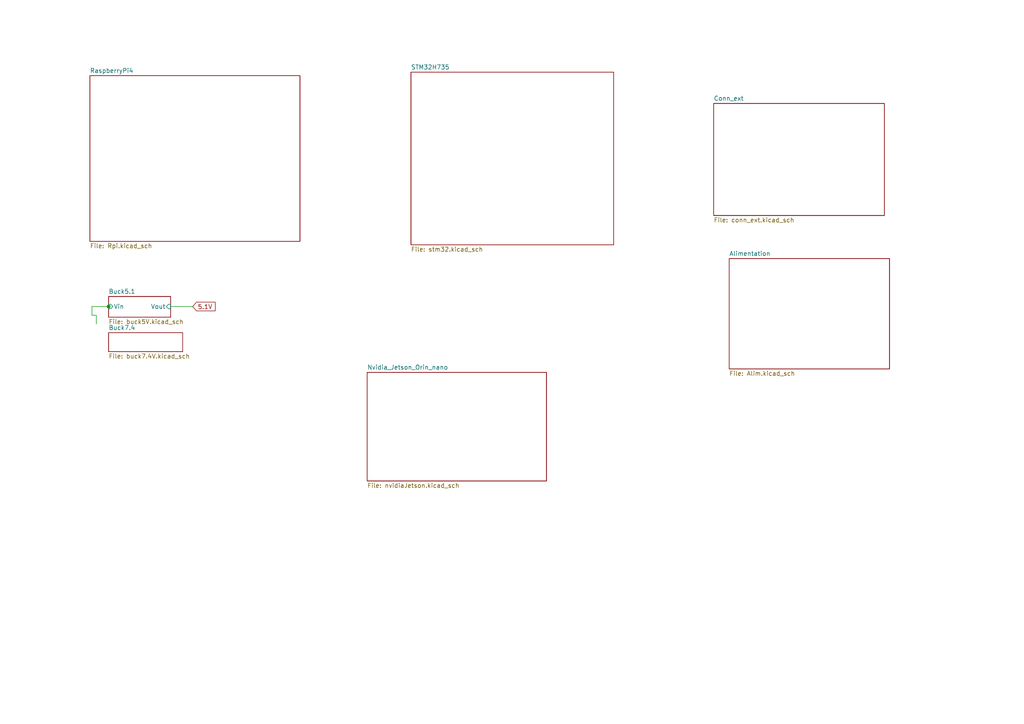
<source format=kicad_sch>
(kicad_sch
	(version 20231120)
	(generator "eeschema")
	(generator_version "8.0")
	(uuid "6efb9aa2-c304-47cb-bf47-2a5d20e826bc")
	(paper "A4")
	(title_block
		(title "Main Board")
		(date "ETE2024")
		(rev "0.1")
		(company "Ares ENSEA")
		(comment 1 "Kenny Saint Fleur")
	)
	(lib_symbols)
	(junction
		(at 31.5 88.9)
		(diameter 0)
		(color 0 0 0 0)
		(uuid "4180f4d1-7c9f-429a-aca7-d4e71950f68b")
	)
	(wire
		(pts
			(xy 31.75 88.9) (xy 31.5 88.9)
		)
		(stroke
			(width 0)
			(type default)
		)
		(uuid "36b555a7-5622-40d9-8bb2-833222cb6eac")
	)
	(wire
		(pts
			(xy 26.67 88.9) (xy 26.67 91.44)
		)
		(stroke
			(width 0)
			(type default)
		)
		(uuid "7067015b-c1cd-49da-95f1-f7f1efed5f80")
	)
	(wire
		(pts
			(xy 27.94 91.44) (xy 27.94 93.98)
		)
		(stroke
			(width 0)
			(type default)
		)
		(uuid "94c6d62e-4c79-473c-b042-30ff3fcf597c")
	)
	(wire
		(pts
			(xy 26.67 91.44) (xy 27.94 91.44)
		)
		(stroke
			(width 0)
			(type default)
		)
		(uuid "aabb064b-a0dc-406e-9e42-4609d15dda53")
	)
	(wire
		(pts
			(xy 49.53 88.9) (xy 55.88 88.9)
		)
		(stroke
			(width 0)
			(type default)
		)
		(uuid "e52fbe40-85d2-4ac9-a194-0cc90372eb7b")
	)
	(wire
		(pts
			(xy 31.5 88.9) (xy 26.67 88.9)
		)
		(stroke
			(width 0)
			(type default)
		)
		(uuid "f800b4d0-55ce-442f-bf9f-08ffe4ad3534")
	)
	(global_label "5.1V"
		(shape input)
		(at 55.88 88.9 0)
		(fields_autoplaced yes)
		(effects
			(font
				(size 1.27 1.27)
			)
			(justify left)
		)
		(uuid "1886354c-24b3-4e8d-bb89-073fb6e0baef")
		(property "Intersheetrefs" "${INTERSHEET_REFS}"
			(at 62.9776 88.9 0)
			(effects
				(font
					(size 1.27 1.27)
				)
				(justify left)
				(hide yes)
			)
		)
	)
	(sheet
		(at 31.5 86)
		(size 18 6)
		(fields_autoplaced yes)
		(stroke
			(width 0.1524)
			(type solid)
		)
		(fill
			(color 0 0 0 0.0000)
		)
		(uuid "26d4398e-0944-4bb2-b6fd-d788547aa7d2")
		(property "Sheetname" "Buck5.1"
			(at 31.5 85.2884 0)
			(effects
				(font
					(size 1.27 1.27)
				)
				(justify left bottom)
			)
		)
		(property "Sheetfile" "buck5V.kicad_sch"
			(at 31.5 92.5846 0)
			(effects
				(font
					(size 1.27 1.27)
				)
				(justify left top)
			)
		)
		(pin "Vin" input
			(at 31.5 88.9 180)
			(effects
				(font
					(size 1.27 1.27)
				)
				(justify left)
			)
			(uuid "e60f990e-6e6a-43f0-b32f-e205ea39dd66")
		)
		(pin "Vout" input
			(at 49.5 88.9 0)
			(effects
				(font
					(size 1.27 1.27)
				)
				(justify right)
			)
			(uuid "cb16456b-c529-437f-b37d-1af1e5f0c8f6")
		)
		(instances
			(project "test1"
				(path "/6efb9aa2-c304-47cb-bf47-2a5d20e826bc"
					(page "7")
				)
			)
		)
	)
	(sheet
		(at 211.5 75)
		(size 46.5 32)
		(fields_autoplaced yes)
		(stroke
			(width 0.1524)
			(type solid)
		)
		(fill
			(color 0 0 0 0.0000)
		)
		(uuid "2fd9541a-92b0-473b-862d-d3788646db00")
		(property "Sheetname" "Alimentation"
			(at 211.5 74.2884 0)
			(effects
				(font
					(size 1.27 1.27)
				)
				(justify left bottom)
			)
		)
		(property "Sheetfile" "Alim.kicad_sch"
			(at 211.5 107.5846 0)
			(effects
				(font
					(size 1.27 1.27)
				)
				(justify left top)
			)
		)
		(property "Champ2" ""
			(at 211.5 75 0)
			(effects
				(font
					(size 1.27 1.27)
				)
				(hide yes)
			)
		)
		(instances
			(project "test1"
				(path "/6efb9aa2-c304-47cb-bf47-2a5d20e826bc"
					(page "6")
				)
			)
		)
	)
	(sheet
		(at 207 30)
		(size 49.5 32.5)
		(fields_autoplaced yes)
		(stroke
			(width 0.1524)
			(type solid)
		)
		(fill
			(color 0 0 0 0.0000)
		)
		(uuid "4b47bf12-cc1f-4e46-8ad3-4a8a5279f0b0")
		(property "Sheetname" "Conn_ext"
			(at 207 29.2884 0)
			(effects
				(font
					(size 1.27 1.27)
				)
				(justify left bottom)
			)
		)
		(property "Sheetfile" "conn_ext.kicad_sch"
			(at 207 63.0846 0)
			(effects
				(font
					(size 1.27 1.27)
				)
				(justify left top)
			)
		)
		(instances
			(project "test1"
				(path "/6efb9aa2-c304-47cb-bf47-2a5d20e826bc"
					(page "5")
				)
			)
		)
	)
	(sheet
		(at 26.07 21.95)
		(size 60.93 48.05)
		(fields_autoplaced yes)
		(stroke
			(width 0.1524)
			(type solid)
		)
		(fill
			(color 0 0 0 0.0000)
		)
		(uuid "ac8eed5a-b2d4-46c3-bdbf-5a3e44fdfc1c")
		(property "Sheetname" "RaspberryPi4"
			(at 26.07 21.2384 0)
			(effects
				(font
					(size 1.27 1.27)
				)
				(justify left bottom)
			)
		)
		(property "Sheetfile" "Rpi.kicad_sch"
			(at 26.07 70.5846 0)
			(effects
				(font
					(size 1.27 1.27)
				)
				(justify left top)
			)
		)
		(instances
			(project "test1"
				(path "/6efb9aa2-c304-47cb-bf47-2a5d20e826bc"
					(page "3")
				)
			)
		)
	)
	(sheet
		(at 31.5 96.5)
		(size 21.5 5.5)
		(fields_autoplaced yes)
		(stroke
			(width 0.1524)
			(type solid)
		)
		(fill
			(color 0 0 0 0.0000)
		)
		(uuid "cad709d9-2085-46d3-9191-e70c9b6c1eb6")
		(property "Sheetname" "Buck7.4"
			(at 31.5 95.7884 0)
			(effects
				(font
					(size 1.27 1.27)
				)
				(justify left bottom)
			)
		)
		(property "Sheetfile" "buck7.4V.kicad_sch"
			(at 31.5 102.5846 0)
			(effects
				(font
					(size 1.27 1.27)
				)
				(justify left top)
			)
		)
		(instances
			(project "test1"
				(path "/6efb9aa2-c304-47cb-bf47-2a5d20e826bc"
					(page "8")
				)
			)
		)
	)
	(sheet
		(at 119.19 20.94)
		(size 58.81 50.06)
		(fields_autoplaced yes)
		(stroke
			(width 0.1524)
			(type solid)
		)
		(fill
			(color 0 0 0 0.0000)
		)
		(uuid "ecae0a39-68aa-40d8-81be-c52fae22502f")
		(property "Sheetname" "STM32H735"
			(at 119.19 20.2284 0)
			(effects
				(font
					(size 1.27 1.27)
				)
				(justify left bottom)
			)
		)
		(property "Sheetfile" "stm32.kicad_sch"
			(at 119.19 71.5846 0)
			(effects
				(font
					(size 1.27 1.27)
				)
				(justify left top)
			)
		)
		(instances
			(project "test1"
				(path "/6efb9aa2-c304-47cb-bf47-2a5d20e826bc"
					(page "2")
				)
			)
		)
	)
	(sheet
		(at 106.5 108)
		(size 52 31.5)
		(fields_autoplaced yes)
		(stroke
			(width 0.1524)
			(type solid)
		)
		(fill
			(color 0 0 0 0.0000)
		)
		(uuid "fb6fb547-93c5-42d2-9971-7755273dc259")
		(property "Sheetname" "Nvidia_Jetson_Orin_nano"
			(at 106.5 107.2884 0)
			(effects
				(font
					(size 1.27 1.27)
				)
				(justify left bottom)
			)
		)
		(property "Sheetfile" "nvidiaJetson.kicad_sch"
			(at 106.5 140.0846 0)
			(effects
				(font
					(size 1.27 1.27)
				)
				(justify left top)
			)
		)
		(instances
			(project "test1"
				(path "/6efb9aa2-c304-47cb-bf47-2a5d20e826bc"
					(page "4")
				)
			)
		)
	)
	(sheet_instances
		(path "/"
			(page "1")
		)
	)
)

</source>
